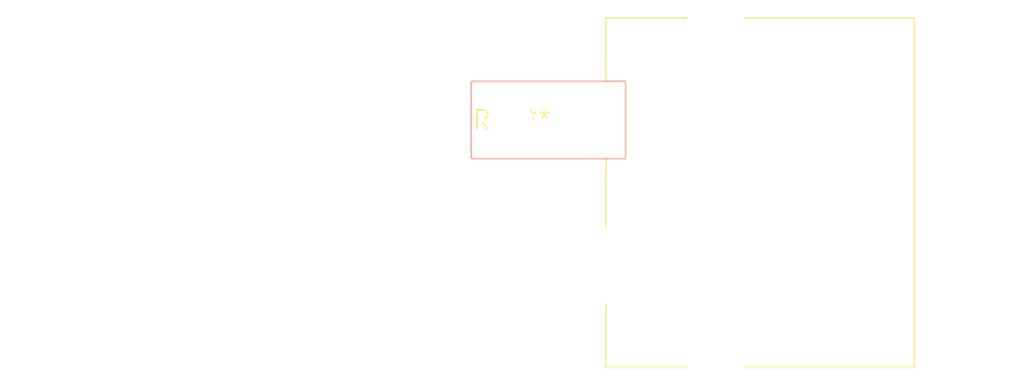
<source format=kicad_pcb>
(kicad_pcb (version 20240108) (generator pcbnew)
  (layers (0 "F.Cu" signal) (31 "B.Cu" signal) (34 "B.Paste" user) (35 "F.Paste" user) (36 "B.SilkS" user "B.Silkscreen") (37 "F.SilkS" user "F.Silkscreen") (38 "B.Mask" user) (39 "F.Mask" user) (44 "Edge.Cuts" user))
  (net 0 "")
  (footprint "Molex_Mini-Fit_Sr_42820-22XX_1x02_P10.00mm_Horizontal_ThermalVias" (layer "F.Cu") (at 0 0)
    (property "Reference" "REF**")
    (property "Value" "Molex_Mini-Fit_Sr_42820-22XX_1x02_P10.00mm_Horizontal_ThermalVias")
    (fp_line (start -2.81 -2.66) (end -2.81 2.66) (layer "B.SilkS") (stroke (width 0.12)))
    (fp_line (start -2.81 2.66) (end 7.81 2.66) (layer "B.SilkS") (stroke (width 0.12)))
    (fp_line (start 7.81 -2.66) (end -2.81 -2.66) (layer "B.SilkS") (stroke (width 0.12)))
    (fp_line (start 7.81 2.66) (end 7.81 -2.66) (layer "B.SilkS") (stroke (width 0.12)))
    (fp_line (start 6.45 -7.02) (end 12 -7.02) (layer "F.SilkS") (stroke (width 0.12)))
    (fp_line (start 6.45 -2.66) (end -2.55 -2.66) (layer "F.SilkS") (stroke (width 0.12)))
    (fp_line (start 6.45 -2.66) (end 6.45 -7.02) (layer "F.SilkS") (stroke (width 0.12)))
    (fp_line (start 6.45 2.66) (end 6.45 7.34) (layer "F.SilkS") (stroke (width 0.12)))
    (fp_line (start 6.45 12.66) (end 6.45 17.02) (layer "F.SilkS") (stroke (width 0.12)))
    (fp_line (start 6.45 17.02) (end 12 17.02) (layer "F.SilkS") (stroke (width 0.12)))
    (fp_line (start 16 -7.02) (end 27.67 -7.02) (layer "F.SilkS") (stroke (width 0.12)))
    (fp_line (start 16 17.02) (end 27.67 17.02) (layer "F.SilkS") (stroke (width 0.12)))
    (fp_line (start 27.67 -7.02) (end 27.67 5) (layer "F.SilkS") (stroke (width 0.12)))
    (fp_line (start 27.67 17.02) (end 27.67 5) (layer "F.SilkS") (stroke (width 0.12)))
    (pad "" thru_hole circle (at 14 -5.73) (size 4 4) (drill 3) (layers *.Cu *.Mask) (remove_unused_layers))
    (pad "" thru_hole circle (at 14 15.73) (size 4 4) (drill 3) (layers *.Cu *.Mask) (remove_unused_layers))
    (pad "1" thru_hole roundrect (at -2.1 -1.95) (size 0.6 0.6) (drill 0.3) (layers *.Cu *.Mask) (remove_unused_layers))
    (pad "1" thru_hole roundrect (at -2.1 0) (size 0.6 0.6) (drill 0.3) (layers *.Cu *.Mask) (remove_unused_layers))
    (pad "1" thru_hole roundrect (at -2.1 1.95) (size 0.6 0.6) (drill 0.3) (layers *.Cu *.Mask) (remove_unused_layers))
    (pad "1" thru_hole rect (at 0 0) (size 5.1 4.8) (drill 2.8) (layers *.Cu *.Mask) (remove_unused_layers))
    (pad "1" thru_hole roundrect (at 0.2 -1.95) (size 0.6 0.6) (drill 0.3) (layers *.Cu *.Mask) (remove_unused_layers))
    (pad "1" thru_hole roundrect (at 0.2 1.95) (size 0.6 0.6) (drill 0.3) (layers *.Cu *.Mask) (remove_unused_layers))
    (pad "1" thru_hole roundrect (at 2.5 -1.95) (size 0.6 0.6) (drill 0.3) (layers *.Cu *.Mask) (remove_unused_layers))
    (pad "1" thru_hole roundrect (at 2.5 0) (size 0.6 0.6) (drill 0.3) (layers *.Cu *.Mask) (remove_unused_layers))
    (pad "1" thru_hole roundrect (at 2.5 1.95) (size 0.6 0.6) (drill 0.3) (layers *.Cu *.Mask) (remove_unused_layers))
    (pad "1" thru_hole roundrect (at 4.8 -1.95) (size 0.6 0.6) (drill 0.3) (layers *.Cu *.Mask) (remove_unused_layers))
    (pad "1" thru_hole roundrect (at 4.8 1.95) (size 0.6 0.6) (drill 0.3) (layers *.Cu *.Mask) (remove_unused_layers))
    (pad "1" thru_hole rect (at 5 0) (size 5.1 4.8) (drill 2.8) (layers *.Cu *.Mask) (remove_unused_layers))
    (pad "1" thru_hole roundrect (at 7.1 -1.95) (size 0.6 0.6) (drill 0.3) (layers *.Cu *.Mask) (remove_unused_layers))
    (pad "1" thru_hole roundrect (at 7.1 0) (size 0.6 0.6) (drill 0.3) (layers *.Cu *.Mask) (remove_unused_layers))
    (pad "1" thru_hole roundrect (at 7.1 1.95) (size 0.6 0.6) (drill 0.3) (layers *.Cu *.Mask) (remove_unused_layers))
    (pad "2" thru_hole circle (at -2.1 8.05) (size 0.6 0.6) (drill 0.3) (layers *.Cu *.Mask) (remove_unused_layers))
    (pad "2" thru_hole circle (at -2.1 10) (size 0.6 0.6) (drill 0.3) (layers *.Cu *.Mask) (remove_unused_layers))
    (pad "2" thru_hole circle (at -2.1 11.95) (size 0.6 0.6) (drill 0.3) (layers *.Cu *.Mask) (remove_unused_layers))
    (pad "2" thru_hole rect (at 0 10) (size 5.1 4.8) (drill 2.8) (layers *.Cu *.Mask) (remove_unused_layers))
    (pad "2" thru_hole circle (at 0.2 8.05) (size 0.6 0.6) (drill 0.3) (layers *.Cu *.Mask) (remove_unused_layers))
    (pad "2" thru_hole circle (at 0.2 11.95) (size 0.6 0.6) (drill 0.3) (layers *.Cu *.Mask) (remove_unused_layers))
    (pad "2" thru_hole circle (at 2.5 8.05) (size 0.6 0.6) (drill 0.3) (layers *.Cu *.Mask) (remove_unused_layers))
    (pad "2" thru_hole circle (at 2.5 10) (size 0.6 0.6) (drill 0.3) (layers *.Cu *.Mask) (remove_unused_layers))
    (pad "2" thru_hole circle (at 2.5 11.95) (size 0.6 0.6) (drill 0.3) (layers *.Cu *.Mask) (remove_unused_layers))
    (pad "2" thru_hole circle (at 4.8 8.05) (size 0.6 0.6) (drill 0.3) (layers *.Cu *.Mask) (remove_unused_layers))
    (pad "2" thru_hole circle (at 4.8 11.95) (size 0.6 0.6) (drill 0.3) (layers *.Cu *.Mask) (remove_unused_layers))
    (pad "2" thru_hole rect (at 5 10) (size 5.1 4.8) (drill 2.8) (layers *.Cu *.Mask) (remove_unused_layers))
    (pad "2" thru_hole circle (at 7.1 8.05) (size 0.6 0.6) (drill 0.3) (layers *.Cu *.Mask) (remove_unused_layers))
    (pad "2" thru_hole circle (at 7.1 10) (size 0.6 0.6) (drill 0.3) (layers *.Cu *.Mask) (remove_unused_layers))
    (pad "2" thru_hole circle (at 7.1 11.95) (size 0.6 0.6) (drill 0.3) (layers *.Cu *.Mask) (remove_unused_layers))
  )
)
</source>
